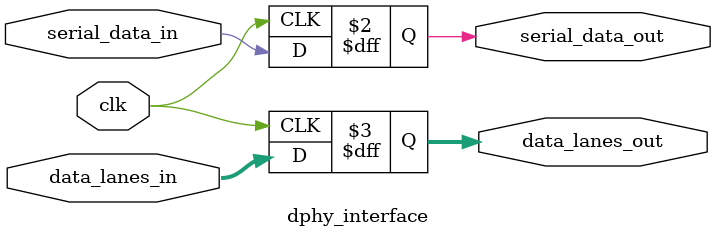
<source format=v>
module dphy_interface (
    input wire clk,                  // Clock input
    input wire serial_data_in,       // Serial data input from Host SoC
    output reg serial_data_out,      // Serial data output to Display Panel
    input wire [3:0] data_lanes_in,  // Data Lanes D0-D3 Input
    output reg [3:0] data_lanes_out  // Data Lanes D0-D3 Output
);

    always @(posedge clk) begin
        serial_data_out <= serial_data_in;
        data_lanes_out <= data_lanes_in;
    end
endmodule

</source>
